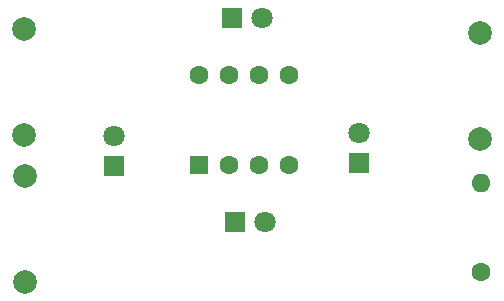
<source format=gbr>
G04 #@! TF.GenerationSoftware,KiCad,Pcbnew,(5.99.0-7839-g8300e17b69-dirty)*
G04 #@! TF.CreationDate,2020-12-28T18:55:29-06:00*
G04 #@! TF.ProjectId,gtb-6layer,6774622d-366c-4617-9965-722e6b696361,rev?*
G04 #@! TF.SameCoordinates,Original*
G04 #@! TF.FileFunction,Soldermask,Top*
G04 #@! TF.FilePolarity,Negative*
%FSLAX46Y46*%
G04 Gerber Fmt 4.6, Leading zero omitted, Abs format (unit mm)*
G04 Created by KiCad (PCBNEW (5.99.0-7839-g8300e17b69-dirty)) date 2020-12-28 18:55:29*
%MOMM*%
%LPD*%
G01*
G04 APERTURE LIST*
%ADD10R,1.600000X1.600000*%
%ADD11C,1.600000*%
%ADD12C,1.998980*%
%ADD13R,1.800000X1.800000*%
%ADD14C,1.800000*%
%ADD15O,1.600000X1.600000*%
G04 APERTURE END LIST*
D10*
X152070000Y-95270000D03*
D11*
X154610000Y-95270000D03*
X157150000Y-95270000D03*
X159690000Y-95270000D03*
X159690000Y-87650000D03*
X157150000Y-87650000D03*
X154610000Y-87650000D03*
X152070000Y-87650000D03*
D12*
X175940000Y-93100000D03*
X175940000Y-84100000D03*
X137340000Y-105170000D03*
X137340000Y-96170000D03*
X137280000Y-83730000D03*
X137280000Y-92730000D03*
D13*
X144920000Y-95340000D03*
D14*
X144920000Y-92800000D03*
D11*
X175960000Y-104290000D03*
D15*
X175960000Y-96790000D03*
D13*
X154880000Y-82800000D03*
D14*
X157420000Y-82800000D03*
D13*
X155120000Y-100090000D03*
D14*
X157660000Y-100090000D03*
D13*
X165640000Y-95080000D03*
D14*
X165640000Y-92540000D03*
M02*

</source>
